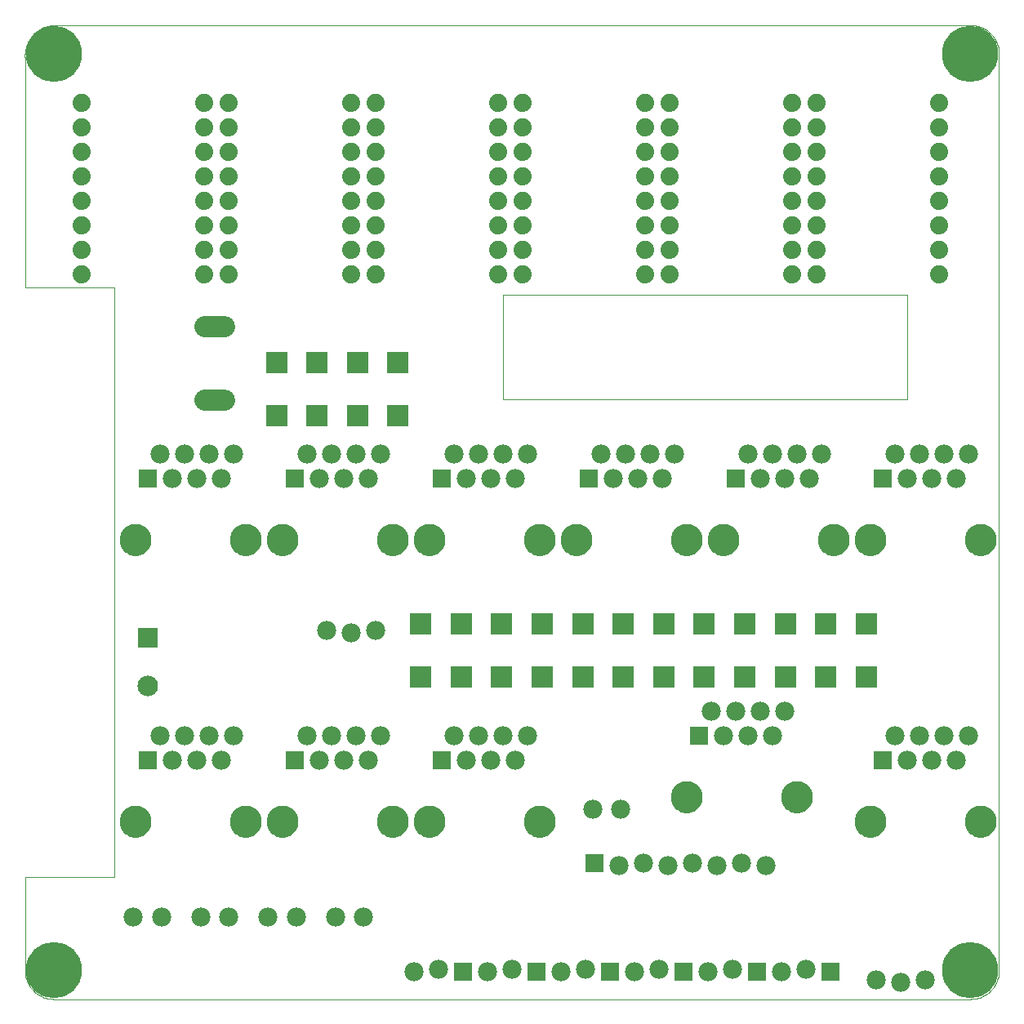
<source format=gts>
G75*
G70*
%OFA0B0*%
%FSLAX24Y24*%
%IPPOS*%
%LPD*%
%AMOC8*
5,1,8,0,0,1.08239X$1,22.5*
%
%ADD10C,0.0040*%
%ADD11R,0.0780X0.0780*%
%ADD12C,0.0780*%
%ADD13C,0.0740*%
%ADD14C,0.0865*%
%ADD15C,0.0000*%
%ADD16C,0.1300*%
%ADD17R,0.0867X0.0867*%
%ADD18R,0.0840X0.0840*%
%ADD19C,0.0840*%
%ADD20C,0.2290*%
D10*
X001331Y000169D02*
X038733Y000169D01*
X038799Y000171D01*
X038865Y000176D01*
X038931Y000186D01*
X038996Y000199D01*
X039060Y000215D01*
X039123Y000235D01*
X039185Y000259D01*
X039245Y000286D01*
X039304Y000316D01*
X039361Y000350D01*
X039416Y000387D01*
X039469Y000427D01*
X039520Y000469D01*
X039568Y000515D01*
X039614Y000563D01*
X039656Y000614D01*
X039696Y000667D01*
X039733Y000722D01*
X039767Y000779D01*
X039797Y000838D01*
X039824Y000898D01*
X039848Y000960D01*
X039868Y001023D01*
X039884Y001087D01*
X039897Y001152D01*
X039907Y001218D01*
X039912Y001284D01*
X039914Y001350D01*
X039914Y038751D01*
X039912Y038817D01*
X039907Y038883D01*
X039897Y038949D01*
X039884Y039014D01*
X039868Y039078D01*
X039848Y039141D01*
X039824Y039203D01*
X039797Y039263D01*
X039767Y039322D01*
X039733Y039379D01*
X039696Y039434D01*
X039656Y039487D01*
X039614Y039538D01*
X039568Y039586D01*
X039520Y039632D01*
X039469Y039674D01*
X039416Y039714D01*
X039361Y039751D01*
X039304Y039785D01*
X039245Y039815D01*
X039185Y039842D01*
X039123Y039866D01*
X039060Y039886D01*
X038996Y039902D01*
X038931Y039915D01*
X038865Y039925D01*
X038799Y039930D01*
X038733Y039932D01*
X038733Y039933D02*
X001331Y039933D01*
X001331Y039932D02*
X001263Y039926D01*
X001195Y039916D01*
X001128Y039903D01*
X001062Y039886D01*
X000997Y039865D01*
X000933Y039841D01*
X000870Y039813D01*
X000809Y039782D01*
X000750Y039748D01*
X000693Y039710D01*
X000637Y039670D01*
X000584Y039626D01*
X000534Y039580D01*
X000486Y039531D01*
X000441Y039480D01*
X000398Y039426D01*
X000359Y039370D01*
X000323Y039312D01*
X000290Y039252D01*
X000260Y039191D01*
X000233Y039127D01*
X000210Y039063D01*
X000191Y038997D01*
X000175Y038931D01*
X000163Y038863D01*
X000154Y038795D01*
X000149Y038727D01*
X000148Y038659D01*
X000151Y038590D01*
X000150Y038590D02*
X000150Y029205D01*
X003792Y029205D01*
X003792Y005147D01*
X000150Y005147D01*
X000150Y001350D01*
X000152Y001284D01*
X000157Y001218D01*
X000167Y001152D01*
X000180Y001087D01*
X000196Y001023D01*
X000216Y000960D01*
X000240Y000898D01*
X000267Y000838D01*
X000297Y000779D01*
X000331Y000722D01*
X000368Y000667D01*
X000408Y000614D01*
X000450Y000563D01*
X000496Y000515D01*
X000544Y000469D01*
X000595Y000427D01*
X000648Y000387D01*
X000703Y000350D01*
X000760Y000316D01*
X000819Y000286D01*
X000879Y000259D01*
X000941Y000235D01*
X001004Y000215D01*
X001068Y000199D01*
X001133Y000186D01*
X001199Y000176D01*
X001265Y000171D01*
X001331Y000169D01*
X019650Y024669D02*
X036150Y024669D01*
X036150Y028919D01*
X019650Y028919D01*
X019650Y024669D01*
D11*
X017150Y021419D03*
X011150Y021419D03*
X005150Y021419D03*
X005150Y009919D03*
X011150Y009919D03*
X017150Y009919D03*
X023400Y005719D03*
X024024Y001275D03*
X021024Y001275D03*
X018024Y001275D03*
X027024Y001275D03*
X030024Y001275D03*
X033024Y001275D03*
X035150Y009919D03*
X027650Y010919D03*
X029150Y021419D03*
X023150Y021419D03*
X035150Y021419D03*
D12*
X036150Y021419D03*
X035650Y022419D03*
X036650Y022419D03*
X037150Y021419D03*
X038150Y021419D03*
X037650Y022419D03*
X038650Y022419D03*
X032650Y022419D03*
X032150Y021419D03*
X031150Y021419D03*
X030650Y022419D03*
X031650Y022419D03*
X030150Y021419D03*
X029650Y022419D03*
X026650Y022419D03*
X026150Y021419D03*
X025150Y021419D03*
X024650Y022419D03*
X025650Y022419D03*
X024150Y021419D03*
X023650Y022419D03*
X020650Y022419D03*
X020150Y021419D03*
X019650Y022419D03*
X018650Y022419D03*
X018150Y021419D03*
X019150Y021419D03*
X017650Y022419D03*
X014650Y022419D03*
X014150Y021419D03*
X013650Y022419D03*
X012650Y022419D03*
X012150Y021419D03*
X013150Y021419D03*
X011650Y022419D03*
X008650Y022419D03*
X008150Y021419D03*
X007650Y022419D03*
X006650Y022419D03*
X005650Y022419D03*
X006150Y021419D03*
X007150Y021419D03*
X012463Y015219D03*
X013463Y015119D03*
X014463Y015219D03*
X014650Y010919D03*
X013650Y010919D03*
X012650Y010919D03*
X011650Y010919D03*
X012150Y009919D03*
X013150Y009919D03*
X014150Y009919D03*
X017650Y010919D03*
X018650Y010919D03*
X019650Y010919D03*
X020650Y010919D03*
X020150Y009919D03*
X019150Y009919D03*
X018150Y009919D03*
X023330Y007919D03*
X024470Y007919D03*
X025400Y005719D03*
X026400Y005619D03*
X027400Y005719D03*
X028400Y005619D03*
X029400Y005719D03*
X030400Y005619D03*
X031024Y001275D03*
X032024Y001375D03*
X034900Y000969D03*
X035900Y000869D03*
X036900Y000969D03*
X029024Y001375D03*
X028024Y001275D03*
X026024Y001375D03*
X025024Y001275D03*
X023024Y001375D03*
X022024Y001275D03*
X020024Y001375D03*
X019024Y001275D03*
X017024Y001375D03*
X016024Y001275D03*
X013970Y003519D03*
X012830Y003519D03*
X011220Y003519D03*
X010080Y003519D03*
X008470Y003519D03*
X007330Y003519D03*
X005720Y003519D03*
X004580Y003519D03*
X006150Y009919D03*
X007150Y009919D03*
X008150Y009919D03*
X007650Y010919D03*
X006650Y010919D03*
X005650Y010919D03*
X008650Y010919D03*
X024400Y005619D03*
X028650Y010919D03*
X029650Y010919D03*
X029150Y011919D03*
X030150Y011919D03*
X030650Y010919D03*
X031150Y011919D03*
X028150Y011919D03*
X035650Y010919D03*
X036650Y010919D03*
X037650Y010919D03*
X038650Y010919D03*
X038150Y009919D03*
X037150Y009919D03*
X036150Y009919D03*
D13*
X037478Y029750D03*
X037478Y030750D03*
X037478Y031750D03*
X037478Y032750D03*
X037478Y033750D03*
X037478Y034750D03*
X037478Y035750D03*
X037478Y036750D03*
X032478Y036750D03*
X031478Y036750D03*
X031478Y035750D03*
X031478Y034750D03*
X032478Y034750D03*
X032478Y035750D03*
X032478Y033750D03*
X031478Y033750D03*
X031478Y032750D03*
X032478Y032750D03*
X032478Y031750D03*
X031478Y031750D03*
X031478Y030750D03*
X032478Y030750D03*
X032478Y029750D03*
X031478Y029750D03*
X026478Y029750D03*
X025478Y029750D03*
X025478Y030750D03*
X025478Y031750D03*
X026478Y031750D03*
X026478Y030750D03*
X026478Y032750D03*
X025478Y032750D03*
X025478Y033750D03*
X026478Y033750D03*
X026478Y034750D03*
X025478Y034750D03*
X025478Y035750D03*
X026478Y035750D03*
X026478Y036750D03*
X025478Y036750D03*
X020478Y036750D03*
X019478Y036750D03*
X019478Y035750D03*
X019478Y034750D03*
X020478Y034750D03*
X020478Y035750D03*
X020478Y033750D03*
X019478Y033750D03*
X019478Y032750D03*
X020478Y032750D03*
X020478Y031750D03*
X019478Y031750D03*
X019478Y030750D03*
X020478Y030750D03*
X020478Y029750D03*
X019478Y029750D03*
X014478Y029750D03*
X013478Y029750D03*
X013478Y030750D03*
X013478Y031750D03*
X014478Y031750D03*
X014478Y030750D03*
X014478Y032750D03*
X013478Y032750D03*
X013478Y033750D03*
X014478Y033750D03*
X014478Y034750D03*
X013478Y034750D03*
X013478Y035750D03*
X014478Y035750D03*
X014478Y036750D03*
X013478Y036750D03*
X008478Y036750D03*
X007481Y036750D03*
X007481Y035750D03*
X007481Y034750D03*
X008478Y034750D03*
X008478Y035750D03*
X008478Y033750D03*
X008478Y032750D03*
X007481Y032750D03*
X007481Y033750D03*
X007481Y031750D03*
X007481Y030750D03*
X008478Y030750D03*
X008478Y031750D03*
X008478Y029750D03*
X007481Y029750D03*
X002481Y029750D03*
X002481Y030750D03*
X002481Y031750D03*
X002481Y032750D03*
X002481Y033750D03*
X002481Y034750D03*
X002481Y035750D03*
X002481Y036750D03*
D14*
X007488Y027606D02*
X008313Y027606D01*
X008313Y024606D02*
X007488Y024606D01*
D15*
X008520Y018919D02*
X008522Y018969D01*
X008528Y019019D01*
X008538Y019068D01*
X008552Y019116D01*
X008569Y019163D01*
X008590Y019208D01*
X008615Y019252D01*
X008643Y019293D01*
X008675Y019332D01*
X008709Y019369D01*
X008746Y019403D01*
X008786Y019433D01*
X008828Y019460D01*
X008872Y019484D01*
X008918Y019505D01*
X008965Y019521D01*
X009013Y019534D01*
X009063Y019543D01*
X009112Y019548D01*
X009163Y019549D01*
X009213Y019546D01*
X009262Y019539D01*
X009311Y019528D01*
X009359Y019513D01*
X009405Y019495D01*
X009450Y019473D01*
X009493Y019447D01*
X009534Y019418D01*
X009573Y019386D01*
X009609Y019351D01*
X009641Y019313D01*
X009671Y019273D01*
X009698Y019230D01*
X009721Y019186D01*
X009740Y019140D01*
X009756Y019092D01*
X009768Y019043D01*
X009776Y018994D01*
X009780Y018944D01*
X009780Y018894D01*
X009776Y018844D01*
X009768Y018795D01*
X009756Y018746D01*
X009740Y018698D01*
X009721Y018652D01*
X009698Y018608D01*
X009671Y018565D01*
X009641Y018525D01*
X009609Y018487D01*
X009573Y018452D01*
X009534Y018420D01*
X009493Y018391D01*
X009450Y018365D01*
X009405Y018343D01*
X009359Y018325D01*
X009311Y018310D01*
X009262Y018299D01*
X009213Y018292D01*
X009163Y018289D01*
X009112Y018290D01*
X009063Y018295D01*
X009013Y018304D01*
X008965Y018317D01*
X008918Y018333D01*
X008872Y018354D01*
X008828Y018378D01*
X008786Y018405D01*
X008746Y018435D01*
X008709Y018469D01*
X008675Y018506D01*
X008643Y018545D01*
X008615Y018586D01*
X008590Y018630D01*
X008569Y018675D01*
X008552Y018722D01*
X008538Y018770D01*
X008528Y018819D01*
X008522Y018869D01*
X008520Y018919D01*
X010020Y018919D02*
X010022Y018969D01*
X010028Y019019D01*
X010038Y019068D01*
X010052Y019116D01*
X010069Y019163D01*
X010090Y019208D01*
X010115Y019252D01*
X010143Y019293D01*
X010175Y019332D01*
X010209Y019369D01*
X010246Y019403D01*
X010286Y019433D01*
X010328Y019460D01*
X010372Y019484D01*
X010418Y019505D01*
X010465Y019521D01*
X010513Y019534D01*
X010563Y019543D01*
X010612Y019548D01*
X010663Y019549D01*
X010713Y019546D01*
X010762Y019539D01*
X010811Y019528D01*
X010859Y019513D01*
X010905Y019495D01*
X010950Y019473D01*
X010993Y019447D01*
X011034Y019418D01*
X011073Y019386D01*
X011109Y019351D01*
X011141Y019313D01*
X011171Y019273D01*
X011198Y019230D01*
X011221Y019186D01*
X011240Y019140D01*
X011256Y019092D01*
X011268Y019043D01*
X011276Y018994D01*
X011280Y018944D01*
X011280Y018894D01*
X011276Y018844D01*
X011268Y018795D01*
X011256Y018746D01*
X011240Y018698D01*
X011221Y018652D01*
X011198Y018608D01*
X011171Y018565D01*
X011141Y018525D01*
X011109Y018487D01*
X011073Y018452D01*
X011034Y018420D01*
X010993Y018391D01*
X010950Y018365D01*
X010905Y018343D01*
X010859Y018325D01*
X010811Y018310D01*
X010762Y018299D01*
X010713Y018292D01*
X010663Y018289D01*
X010612Y018290D01*
X010563Y018295D01*
X010513Y018304D01*
X010465Y018317D01*
X010418Y018333D01*
X010372Y018354D01*
X010328Y018378D01*
X010286Y018405D01*
X010246Y018435D01*
X010209Y018469D01*
X010175Y018506D01*
X010143Y018545D01*
X010115Y018586D01*
X010090Y018630D01*
X010069Y018675D01*
X010052Y018722D01*
X010038Y018770D01*
X010028Y018819D01*
X010022Y018869D01*
X010020Y018919D01*
X014520Y018919D02*
X014522Y018969D01*
X014528Y019019D01*
X014538Y019068D01*
X014552Y019116D01*
X014569Y019163D01*
X014590Y019208D01*
X014615Y019252D01*
X014643Y019293D01*
X014675Y019332D01*
X014709Y019369D01*
X014746Y019403D01*
X014786Y019433D01*
X014828Y019460D01*
X014872Y019484D01*
X014918Y019505D01*
X014965Y019521D01*
X015013Y019534D01*
X015063Y019543D01*
X015112Y019548D01*
X015163Y019549D01*
X015213Y019546D01*
X015262Y019539D01*
X015311Y019528D01*
X015359Y019513D01*
X015405Y019495D01*
X015450Y019473D01*
X015493Y019447D01*
X015534Y019418D01*
X015573Y019386D01*
X015609Y019351D01*
X015641Y019313D01*
X015671Y019273D01*
X015698Y019230D01*
X015721Y019186D01*
X015740Y019140D01*
X015756Y019092D01*
X015768Y019043D01*
X015776Y018994D01*
X015780Y018944D01*
X015780Y018894D01*
X015776Y018844D01*
X015768Y018795D01*
X015756Y018746D01*
X015740Y018698D01*
X015721Y018652D01*
X015698Y018608D01*
X015671Y018565D01*
X015641Y018525D01*
X015609Y018487D01*
X015573Y018452D01*
X015534Y018420D01*
X015493Y018391D01*
X015450Y018365D01*
X015405Y018343D01*
X015359Y018325D01*
X015311Y018310D01*
X015262Y018299D01*
X015213Y018292D01*
X015163Y018289D01*
X015112Y018290D01*
X015063Y018295D01*
X015013Y018304D01*
X014965Y018317D01*
X014918Y018333D01*
X014872Y018354D01*
X014828Y018378D01*
X014786Y018405D01*
X014746Y018435D01*
X014709Y018469D01*
X014675Y018506D01*
X014643Y018545D01*
X014615Y018586D01*
X014590Y018630D01*
X014569Y018675D01*
X014552Y018722D01*
X014538Y018770D01*
X014528Y018819D01*
X014522Y018869D01*
X014520Y018919D01*
X016020Y018919D02*
X016022Y018969D01*
X016028Y019019D01*
X016038Y019068D01*
X016052Y019116D01*
X016069Y019163D01*
X016090Y019208D01*
X016115Y019252D01*
X016143Y019293D01*
X016175Y019332D01*
X016209Y019369D01*
X016246Y019403D01*
X016286Y019433D01*
X016328Y019460D01*
X016372Y019484D01*
X016418Y019505D01*
X016465Y019521D01*
X016513Y019534D01*
X016563Y019543D01*
X016612Y019548D01*
X016663Y019549D01*
X016713Y019546D01*
X016762Y019539D01*
X016811Y019528D01*
X016859Y019513D01*
X016905Y019495D01*
X016950Y019473D01*
X016993Y019447D01*
X017034Y019418D01*
X017073Y019386D01*
X017109Y019351D01*
X017141Y019313D01*
X017171Y019273D01*
X017198Y019230D01*
X017221Y019186D01*
X017240Y019140D01*
X017256Y019092D01*
X017268Y019043D01*
X017276Y018994D01*
X017280Y018944D01*
X017280Y018894D01*
X017276Y018844D01*
X017268Y018795D01*
X017256Y018746D01*
X017240Y018698D01*
X017221Y018652D01*
X017198Y018608D01*
X017171Y018565D01*
X017141Y018525D01*
X017109Y018487D01*
X017073Y018452D01*
X017034Y018420D01*
X016993Y018391D01*
X016950Y018365D01*
X016905Y018343D01*
X016859Y018325D01*
X016811Y018310D01*
X016762Y018299D01*
X016713Y018292D01*
X016663Y018289D01*
X016612Y018290D01*
X016563Y018295D01*
X016513Y018304D01*
X016465Y018317D01*
X016418Y018333D01*
X016372Y018354D01*
X016328Y018378D01*
X016286Y018405D01*
X016246Y018435D01*
X016209Y018469D01*
X016175Y018506D01*
X016143Y018545D01*
X016115Y018586D01*
X016090Y018630D01*
X016069Y018675D01*
X016052Y018722D01*
X016038Y018770D01*
X016028Y018819D01*
X016022Y018869D01*
X016020Y018919D01*
X020520Y018919D02*
X020522Y018969D01*
X020528Y019019D01*
X020538Y019068D01*
X020552Y019116D01*
X020569Y019163D01*
X020590Y019208D01*
X020615Y019252D01*
X020643Y019293D01*
X020675Y019332D01*
X020709Y019369D01*
X020746Y019403D01*
X020786Y019433D01*
X020828Y019460D01*
X020872Y019484D01*
X020918Y019505D01*
X020965Y019521D01*
X021013Y019534D01*
X021063Y019543D01*
X021112Y019548D01*
X021163Y019549D01*
X021213Y019546D01*
X021262Y019539D01*
X021311Y019528D01*
X021359Y019513D01*
X021405Y019495D01*
X021450Y019473D01*
X021493Y019447D01*
X021534Y019418D01*
X021573Y019386D01*
X021609Y019351D01*
X021641Y019313D01*
X021671Y019273D01*
X021698Y019230D01*
X021721Y019186D01*
X021740Y019140D01*
X021756Y019092D01*
X021768Y019043D01*
X021776Y018994D01*
X021780Y018944D01*
X021780Y018894D01*
X021776Y018844D01*
X021768Y018795D01*
X021756Y018746D01*
X021740Y018698D01*
X021721Y018652D01*
X021698Y018608D01*
X021671Y018565D01*
X021641Y018525D01*
X021609Y018487D01*
X021573Y018452D01*
X021534Y018420D01*
X021493Y018391D01*
X021450Y018365D01*
X021405Y018343D01*
X021359Y018325D01*
X021311Y018310D01*
X021262Y018299D01*
X021213Y018292D01*
X021163Y018289D01*
X021112Y018290D01*
X021063Y018295D01*
X021013Y018304D01*
X020965Y018317D01*
X020918Y018333D01*
X020872Y018354D01*
X020828Y018378D01*
X020786Y018405D01*
X020746Y018435D01*
X020709Y018469D01*
X020675Y018506D01*
X020643Y018545D01*
X020615Y018586D01*
X020590Y018630D01*
X020569Y018675D01*
X020552Y018722D01*
X020538Y018770D01*
X020528Y018819D01*
X020522Y018869D01*
X020520Y018919D01*
X022020Y018919D02*
X022022Y018969D01*
X022028Y019019D01*
X022038Y019068D01*
X022052Y019116D01*
X022069Y019163D01*
X022090Y019208D01*
X022115Y019252D01*
X022143Y019293D01*
X022175Y019332D01*
X022209Y019369D01*
X022246Y019403D01*
X022286Y019433D01*
X022328Y019460D01*
X022372Y019484D01*
X022418Y019505D01*
X022465Y019521D01*
X022513Y019534D01*
X022563Y019543D01*
X022612Y019548D01*
X022663Y019549D01*
X022713Y019546D01*
X022762Y019539D01*
X022811Y019528D01*
X022859Y019513D01*
X022905Y019495D01*
X022950Y019473D01*
X022993Y019447D01*
X023034Y019418D01*
X023073Y019386D01*
X023109Y019351D01*
X023141Y019313D01*
X023171Y019273D01*
X023198Y019230D01*
X023221Y019186D01*
X023240Y019140D01*
X023256Y019092D01*
X023268Y019043D01*
X023276Y018994D01*
X023280Y018944D01*
X023280Y018894D01*
X023276Y018844D01*
X023268Y018795D01*
X023256Y018746D01*
X023240Y018698D01*
X023221Y018652D01*
X023198Y018608D01*
X023171Y018565D01*
X023141Y018525D01*
X023109Y018487D01*
X023073Y018452D01*
X023034Y018420D01*
X022993Y018391D01*
X022950Y018365D01*
X022905Y018343D01*
X022859Y018325D01*
X022811Y018310D01*
X022762Y018299D01*
X022713Y018292D01*
X022663Y018289D01*
X022612Y018290D01*
X022563Y018295D01*
X022513Y018304D01*
X022465Y018317D01*
X022418Y018333D01*
X022372Y018354D01*
X022328Y018378D01*
X022286Y018405D01*
X022246Y018435D01*
X022209Y018469D01*
X022175Y018506D01*
X022143Y018545D01*
X022115Y018586D01*
X022090Y018630D01*
X022069Y018675D01*
X022052Y018722D01*
X022038Y018770D01*
X022028Y018819D01*
X022022Y018869D01*
X022020Y018919D01*
X026520Y018919D02*
X026522Y018969D01*
X026528Y019019D01*
X026538Y019068D01*
X026552Y019116D01*
X026569Y019163D01*
X026590Y019208D01*
X026615Y019252D01*
X026643Y019293D01*
X026675Y019332D01*
X026709Y019369D01*
X026746Y019403D01*
X026786Y019433D01*
X026828Y019460D01*
X026872Y019484D01*
X026918Y019505D01*
X026965Y019521D01*
X027013Y019534D01*
X027063Y019543D01*
X027112Y019548D01*
X027163Y019549D01*
X027213Y019546D01*
X027262Y019539D01*
X027311Y019528D01*
X027359Y019513D01*
X027405Y019495D01*
X027450Y019473D01*
X027493Y019447D01*
X027534Y019418D01*
X027573Y019386D01*
X027609Y019351D01*
X027641Y019313D01*
X027671Y019273D01*
X027698Y019230D01*
X027721Y019186D01*
X027740Y019140D01*
X027756Y019092D01*
X027768Y019043D01*
X027776Y018994D01*
X027780Y018944D01*
X027780Y018894D01*
X027776Y018844D01*
X027768Y018795D01*
X027756Y018746D01*
X027740Y018698D01*
X027721Y018652D01*
X027698Y018608D01*
X027671Y018565D01*
X027641Y018525D01*
X027609Y018487D01*
X027573Y018452D01*
X027534Y018420D01*
X027493Y018391D01*
X027450Y018365D01*
X027405Y018343D01*
X027359Y018325D01*
X027311Y018310D01*
X027262Y018299D01*
X027213Y018292D01*
X027163Y018289D01*
X027112Y018290D01*
X027063Y018295D01*
X027013Y018304D01*
X026965Y018317D01*
X026918Y018333D01*
X026872Y018354D01*
X026828Y018378D01*
X026786Y018405D01*
X026746Y018435D01*
X026709Y018469D01*
X026675Y018506D01*
X026643Y018545D01*
X026615Y018586D01*
X026590Y018630D01*
X026569Y018675D01*
X026552Y018722D01*
X026538Y018770D01*
X026528Y018819D01*
X026522Y018869D01*
X026520Y018919D01*
X028020Y018919D02*
X028022Y018969D01*
X028028Y019019D01*
X028038Y019068D01*
X028052Y019116D01*
X028069Y019163D01*
X028090Y019208D01*
X028115Y019252D01*
X028143Y019293D01*
X028175Y019332D01*
X028209Y019369D01*
X028246Y019403D01*
X028286Y019433D01*
X028328Y019460D01*
X028372Y019484D01*
X028418Y019505D01*
X028465Y019521D01*
X028513Y019534D01*
X028563Y019543D01*
X028612Y019548D01*
X028663Y019549D01*
X028713Y019546D01*
X028762Y019539D01*
X028811Y019528D01*
X028859Y019513D01*
X028905Y019495D01*
X028950Y019473D01*
X028993Y019447D01*
X029034Y019418D01*
X029073Y019386D01*
X029109Y019351D01*
X029141Y019313D01*
X029171Y019273D01*
X029198Y019230D01*
X029221Y019186D01*
X029240Y019140D01*
X029256Y019092D01*
X029268Y019043D01*
X029276Y018994D01*
X029280Y018944D01*
X029280Y018894D01*
X029276Y018844D01*
X029268Y018795D01*
X029256Y018746D01*
X029240Y018698D01*
X029221Y018652D01*
X029198Y018608D01*
X029171Y018565D01*
X029141Y018525D01*
X029109Y018487D01*
X029073Y018452D01*
X029034Y018420D01*
X028993Y018391D01*
X028950Y018365D01*
X028905Y018343D01*
X028859Y018325D01*
X028811Y018310D01*
X028762Y018299D01*
X028713Y018292D01*
X028663Y018289D01*
X028612Y018290D01*
X028563Y018295D01*
X028513Y018304D01*
X028465Y018317D01*
X028418Y018333D01*
X028372Y018354D01*
X028328Y018378D01*
X028286Y018405D01*
X028246Y018435D01*
X028209Y018469D01*
X028175Y018506D01*
X028143Y018545D01*
X028115Y018586D01*
X028090Y018630D01*
X028069Y018675D01*
X028052Y018722D01*
X028038Y018770D01*
X028028Y018819D01*
X028022Y018869D01*
X028020Y018919D01*
X032520Y018919D02*
X032522Y018969D01*
X032528Y019019D01*
X032538Y019068D01*
X032552Y019116D01*
X032569Y019163D01*
X032590Y019208D01*
X032615Y019252D01*
X032643Y019293D01*
X032675Y019332D01*
X032709Y019369D01*
X032746Y019403D01*
X032786Y019433D01*
X032828Y019460D01*
X032872Y019484D01*
X032918Y019505D01*
X032965Y019521D01*
X033013Y019534D01*
X033063Y019543D01*
X033112Y019548D01*
X033163Y019549D01*
X033213Y019546D01*
X033262Y019539D01*
X033311Y019528D01*
X033359Y019513D01*
X033405Y019495D01*
X033450Y019473D01*
X033493Y019447D01*
X033534Y019418D01*
X033573Y019386D01*
X033609Y019351D01*
X033641Y019313D01*
X033671Y019273D01*
X033698Y019230D01*
X033721Y019186D01*
X033740Y019140D01*
X033756Y019092D01*
X033768Y019043D01*
X033776Y018994D01*
X033780Y018944D01*
X033780Y018894D01*
X033776Y018844D01*
X033768Y018795D01*
X033756Y018746D01*
X033740Y018698D01*
X033721Y018652D01*
X033698Y018608D01*
X033671Y018565D01*
X033641Y018525D01*
X033609Y018487D01*
X033573Y018452D01*
X033534Y018420D01*
X033493Y018391D01*
X033450Y018365D01*
X033405Y018343D01*
X033359Y018325D01*
X033311Y018310D01*
X033262Y018299D01*
X033213Y018292D01*
X033163Y018289D01*
X033112Y018290D01*
X033063Y018295D01*
X033013Y018304D01*
X032965Y018317D01*
X032918Y018333D01*
X032872Y018354D01*
X032828Y018378D01*
X032786Y018405D01*
X032746Y018435D01*
X032709Y018469D01*
X032675Y018506D01*
X032643Y018545D01*
X032615Y018586D01*
X032590Y018630D01*
X032569Y018675D01*
X032552Y018722D01*
X032538Y018770D01*
X032528Y018819D01*
X032522Y018869D01*
X032520Y018919D01*
X034020Y018919D02*
X034022Y018969D01*
X034028Y019019D01*
X034038Y019068D01*
X034052Y019116D01*
X034069Y019163D01*
X034090Y019208D01*
X034115Y019252D01*
X034143Y019293D01*
X034175Y019332D01*
X034209Y019369D01*
X034246Y019403D01*
X034286Y019433D01*
X034328Y019460D01*
X034372Y019484D01*
X034418Y019505D01*
X034465Y019521D01*
X034513Y019534D01*
X034563Y019543D01*
X034612Y019548D01*
X034663Y019549D01*
X034713Y019546D01*
X034762Y019539D01*
X034811Y019528D01*
X034859Y019513D01*
X034905Y019495D01*
X034950Y019473D01*
X034993Y019447D01*
X035034Y019418D01*
X035073Y019386D01*
X035109Y019351D01*
X035141Y019313D01*
X035171Y019273D01*
X035198Y019230D01*
X035221Y019186D01*
X035240Y019140D01*
X035256Y019092D01*
X035268Y019043D01*
X035276Y018994D01*
X035280Y018944D01*
X035280Y018894D01*
X035276Y018844D01*
X035268Y018795D01*
X035256Y018746D01*
X035240Y018698D01*
X035221Y018652D01*
X035198Y018608D01*
X035171Y018565D01*
X035141Y018525D01*
X035109Y018487D01*
X035073Y018452D01*
X035034Y018420D01*
X034993Y018391D01*
X034950Y018365D01*
X034905Y018343D01*
X034859Y018325D01*
X034811Y018310D01*
X034762Y018299D01*
X034713Y018292D01*
X034663Y018289D01*
X034612Y018290D01*
X034563Y018295D01*
X034513Y018304D01*
X034465Y018317D01*
X034418Y018333D01*
X034372Y018354D01*
X034328Y018378D01*
X034286Y018405D01*
X034246Y018435D01*
X034209Y018469D01*
X034175Y018506D01*
X034143Y018545D01*
X034115Y018586D01*
X034090Y018630D01*
X034069Y018675D01*
X034052Y018722D01*
X034038Y018770D01*
X034028Y018819D01*
X034022Y018869D01*
X034020Y018919D01*
X038520Y018919D02*
X038522Y018969D01*
X038528Y019019D01*
X038538Y019068D01*
X038552Y019116D01*
X038569Y019163D01*
X038590Y019208D01*
X038615Y019252D01*
X038643Y019293D01*
X038675Y019332D01*
X038709Y019369D01*
X038746Y019403D01*
X038786Y019433D01*
X038828Y019460D01*
X038872Y019484D01*
X038918Y019505D01*
X038965Y019521D01*
X039013Y019534D01*
X039063Y019543D01*
X039112Y019548D01*
X039163Y019549D01*
X039213Y019546D01*
X039262Y019539D01*
X039311Y019528D01*
X039359Y019513D01*
X039405Y019495D01*
X039450Y019473D01*
X039493Y019447D01*
X039534Y019418D01*
X039573Y019386D01*
X039609Y019351D01*
X039641Y019313D01*
X039671Y019273D01*
X039698Y019230D01*
X039721Y019186D01*
X039740Y019140D01*
X039756Y019092D01*
X039768Y019043D01*
X039776Y018994D01*
X039780Y018944D01*
X039780Y018894D01*
X039776Y018844D01*
X039768Y018795D01*
X039756Y018746D01*
X039740Y018698D01*
X039721Y018652D01*
X039698Y018608D01*
X039671Y018565D01*
X039641Y018525D01*
X039609Y018487D01*
X039573Y018452D01*
X039534Y018420D01*
X039493Y018391D01*
X039450Y018365D01*
X039405Y018343D01*
X039359Y018325D01*
X039311Y018310D01*
X039262Y018299D01*
X039213Y018292D01*
X039163Y018289D01*
X039112Y018290D01*
X039063Y018295D01*
X039013Y018304D01*
X038965Y018317D01*
X038918Y018333D01*
X038872Y018354D01*
X038828Y018378D01*
X038786Y018405D01*
X038746Y018435D01*
X038709Y018469D01*
X038675Y018506D01*
X038643Y018545D01*
X038615Y018586D01*
X038590Y018630D01*
X038569Y018675D01*
X038552Y018722D01*
X038538Y018770D01*
X038528Y018819D01*
X038522Y018869D01*
X038520Y018919D01*
X031020Y008419D02*
X031022Y008469D01*
X031028Y008519D01*
X031038Y008568D01*
X031052Y008616D01*
X031069Y008663D01*
X031090Y008708D01*
X031115Y008752D01*
X031143Y008793D01*
X031175Y008832D01*
X031209Y008869D01*
X031246Y008903D01*
X031286Y008933D01*
X031328Y008960D01*
X031372Y008984D01*
X031418Y009005D01*
X031465Y009021D01*
X031513Y009034D01*
X031563Y009043D01*
X031612Y009048D01*
X031663Y009049D01*
X031713Y009046D01*
X031762Y009039D01*
X031811Y009028D01*
X031859Y009013D01*
X031905Y008995D01*
X031950Y008973D01*
X031993Y008947D01*
X032034Y008918D01*
X032073Y008886D01*
X032109Y008851D01*
X032141Y008813D01*
X032171Y008773D01*
X032198Y008730D01*
X032221Y008686D01*
X032240Y008640D01*
X032256Y008592D01*
X032268Y008543D01*
X032276Y008494D01*
X032280Y008444D01*
X032280Y008394D01*
X032276Y008344D01*
X032268Y008295D01*
X032256Y008246D01*
X032240Y008198D01*
X032221Y008152D01*
X032198Y008108D01*
X032171Y008065D01*
X032141Y008025D01*
X032109Y007987D01*
X032073Y007952D01*
X032034Y007920D01*
X031993Y007891D01*
X031950Y007865D01*
X031905Y007843D01*
X031859Y007825D01*
X031811Y007810D01*
X031762Y007799D01*
X031713Y007792D01*
X031663Y007789D01*
X031612Y007790D01*
X031563Y007795D01*
X031513Y007804D01*
X031465Y007817D01*
X031418Y007833D01*
X031372Y007854D01*
X031328Y007878D01*
X031286Y007905D01*
X031246Y007935D01*
X031209Y007969D01*
X031175Y008006D01*
X031143Y008045D01*
X031115Y008086D01*
X031090Y008130D01*
X031069Y008175D01*
X031052Y008222D01*
X031038Y008270D01*
X031028Y008319D01*
X031022Y008369D01*
X031020Y008419D01*
X034020Y007419D02*
X034022Y007469D01*
X034028Y007519D01*
X034038Y007568D01*
X034052Y007616D01*
X034069Y007663D01*
X034090Y007708D01*
X034115Y007752D01*
X034143Y007793D01*
X034175Y007832D01*
X034209Y007869D01*
X034246Y007903D01*
X034286Y007933D01*
X034328Y007960D01*
X034372Y007984D01*
X034418Y008005D01*
X034465Y008021D01*
X034513Y008034D01*
X034563Y008043D01*
X034612Y008048D01*
X034663Y008049D01*
X034713Y008046D01*
X034762Y008039D01*
X034811Y008028D01*
X034859Y008013D01*
X034905Y007995D01*
X034950Y007973D01*
X034993Y007947D01*
X035034Y007918D01*
X035073Y007886D01*
X035109Y007851D01*
X035141Y007813D01*
X035171Y007773D01*
X035198Y007730D01*
X035221Y007686D01*
X035240Y007640D01*
X035256Y007592D01*
X035268Y007543D01*
X035276Y007494D01*
X035280Y007444D01*
X035280Y007394D01*
X035276Y007344D01*
X035268Y007295D01*
X035256Y007246D01*
X035240Y007198D01*
X035221Y007152D01*
X035198Y007108D01*
X035171Y007065D01*
X035141Y007025D01*
X035109Y006987D01*
X035073Y006952D01*
X035034Y006920D01*
X034993Y006891D01*
X034950Y006865D01*
X034905Y006843D01*
X034859Y006825D01*
X034811Y006810D01*
X034762Y006799D01*
X034713Y006792D01*
X034663Y006789D01*
X034612Y006790D01*
X034563Y006795D01*
X034513Y006804D01*
X034465Y006817D01*
X034418Y006833D01*
X034372Y006854D01*
X034328Y006878D01*
X034286Y006905D01*
X034246Y006935D01*
X034209Y006969D01*
X034175Y007006D01*
X034143Y007045D01*
X034115Y007086D01*
X034090Y007130D01*
X034069Y007175D01*
X034052Y007222D01*
X034038Y007270D01*
X034028Y007319D01*
X034022Y007369D01*
X034020Y007419D01*
X038520Y007419D02*
X038522Y007469D01*
X038528Y007519D01*
X038538Y007568D01*
X038552Y007616D01*
X038569Y007663D01*
X038590Y007708D01*
X038615Y007752D01*
X038643Y007793D01*
X038675Y007832D01*
X038709Y007869D01*
X038746Y007903D01*
X038786Y007933D01*
X038828Y007960D01*
X038872Y007984D01*
X038918Y008005D01*
X038965Y008021D01*
X039013Y008034D01*
X039063Y008043D01*
X039112Y008048D01*
X039163Y008049D01*
X039213Y008046D01*
X039262Y008039D01*
X039311Y008028D01*
X039359Y008013D01*
X039405Y007995D01*
X039450Y007973D01*
X039493Y007947D01*
X039534Y007918D01*
X039573Y007886D01*
X039609Y007851D01*
X039641Y007813D01*
X039671Y007773D01*
X039698Y007730D01*
X039721Y007686D01*
X039740Y007640D01*
X039756Y007592D01*
X039768Y007543D01*
X039776Y007494D01*
X039780Y007444D01*
X039780Y007394D01*
X039776Y007344D01*
X039768Y007295D01*
X039756Y007246D01*
X039740Y007198D01*
X039721Y007152D01*
X039698Y007108D01*
X039671Y007065D01*
X039641Y007025D01*
X039609Y006987D01*
X039573Y006952D01*
X039534Y006920D01*
X039493Y006891D01*
X039450Y006865D01*
X039405Y006843D01*
X039359Y006825D01*
X039311Y006810D01*
X039262Y006799D01*
X039213Y006792D01*
X039163Y006789D01*
X039112Y006790D01*
X039063Y006795D01*
X039013Y006804D01*
X038965Y006817D01*
X038918Y006833D01*
X038872Y006854D01*
X038828Y006878D01*
X038786Y006905D01*
X038746Y006935D01*
X038709Y006969D01*
X038675Y007006D01*
X038643Y007045D01*
X038615Y007086D01*
X038590Y007130D01*
X038569Y007175D01*
X038552Y007222D01*
X038538Y007270D01*
X038528Y007319D01*
X038522Y007369D01*
X038520Y007419D01*
X026520Y008419D02*
X026522Y008469D01*
X026528Y008519D01*
X026538Y008568D01*
X026552Y008616D01*
X026569Y008663D01*
X026590Y008708D01*
X026615Y008752D01*
X026643Y008793D01*
X026675Y008832D01*
X026709Y008869D01*
X026746Y008903D01*
X026786Y008933D01*
X026828Y008960D01*
X026872Y008984D01*
X026918Y009005D01*
X026965Y009021D01*
X027013Y009034D01*
X027063Y009043D01*
X027112Y009048D01*
X027163Y009049D01*
X027213Y009046D01*
X027262Y009039D01*
X027311Y009028D01*
X027359Y009013D01*
X027405Y008995D01*
X027450Y008973D01*
X027493Y008947D01*
X027534Y008918D01*
X027573Y008886D01*
X027609Y008851D01*
X027641Y008813D01*
X027671Y008773D01*
X027698Y008730D01*
X027721Y008686D01*
X027740Y008640D01*
X027756Y008592D01*
X027768Y008543D01*
X027776Y008494D01*
X027780Y008444D01*
X027780Y008394D01*
X027776Y008344D01*
X027768Y008295D01*
X027756Y008246D01*
X027740Y008198D01*
X027721Y008152D01*
X027698Y008108D01*
X027671Y008065D01*
X027641Y008025D01*
X027609Y007987D01*
X027573Y007952D01*
X027534Y007920D01*
X027493Y007891D01*
X027450Y007865D01*
X027405Y007843D01*
X027359Y007825D01*
X027311Y007810D01*
X027262Y007799D01*
X027213Y007792D01*
X027163Y007789D01*
X027112Y007790D01*
X027063Y007795D01*
X027013Y007804D01*
X026965Y007817D01*
X026918Y007833D01*
X026872Y007854D01*
X026828Y007878D01*
X026786Y007905D01*
X026746Y007935D01*
X026709Y007969D01*
X026675Y008006D01*
X026643Y008045D01*
X026615Y008086D01*
X026590Y008130D01*
X026569Y008175D01*
X026552Y008222D01*
X026538Y008270D01*
X026528Y008319D01*
X026522Y008369D01*
X026520Y008419D01*
X020520Y007419D02*
X020522Y007469D01*
X020528Y007519D01*
X020538Y007568D01*
X020552Y007616D01*
X020569Y007663D01*
X020590Y007708D01*
X020615Y007752D01*
X020643Y007793D01*
X020675Y007832D01*
X020709Y007869D01*
X020746Y007903D01*
X020786Y007933D01*
X020828Y007960D01*
X020872Y007984D01*
X020918Y008005D01*
X020965Y008021D01*
X021013Y008034D01*
X021063Y008043D01*
X021112Y008048D01*
X021163Y008049D01*
X021213Y008046D01*
X021262Y008039D01*
X021311Y008028D01*
X021359Y008013D01*
X021405Y007995D01*
X021450Y007973D01*
X021493Y007947D01*
X021534Y007918D01*
X021573Y007886D01*
X021609Y007851D01*
X021641Y007813D01*
X021671Y007773D01*
X021698Y007730D01*
X021721Y007686D01*
X021740Y007640D01*
X021756Y007592D01*
X021768Y007543D01*
X021776Y007494D01*
X021780Y007444D01*
X021780Y007394D01*
X021776Y007344D01*
X021768Y007295D01*
X021756Y007246D01*
X021740Y007198D01*
X021721Y007152D01*
X021698Y007108D01*
X021671Y007065D01*
X021641Y007025D01*
X021609Y006987D01*
X021573Y006952D01*
X021534Y006920D01*
X021493Y006891D01*
X021450Y006865D01*
X021405Y006843D01*
X021359Y006825D01*
X021311Y006810D01*
X021262Y006799D01*
X021213Y006792D01*
X021163Y006789D01*
X021112Y006790D01*
X021063Y006795D01*
X021013Y006804D01*
X020965Y006817D01*
X020918Y006833D01*
X020872Y006854D01*
X020828Y006878D01*
X020786Y006905D01*
X020746Y006935D01*
X020709Y006969D01*
X020675Y007006D01*
X020643Y007045D01*
X020615Y007086D01*
X020590Y007130D01*
X020569Y007175D01*
X020552Y007222D01*
X020538Y007270D01*
X020528Y007319D01*
X020522Y007369D01*
X020520Y007419D01*
X016020Y007419D02*
X016022Y007469D01*
X016028Y007519D01*
X016038Y007568D01*
X016052Y007616D01*
X016069Y007663D01*
X016090Y007708D01*
X016115Y007752D01*
X016143Y007793D01*
X016175Y007832D01*
X016209Y007869D01*
X016246Y007903D01*
X016286Y007933D01*
X016328Y007960D01*
X016372Y007984D01*
X016418Y008005D01*
X016465Y008021D01*
X016513Y008034D01*
X016563Y008043D01*
X016612Y008048D01*
X016663Y008049D01*
X016713Y008046D01*
X016762Y008039D01*
X016811Y008028D01*
X016859Y008013D01*
X016905Y007995D01*
X016950Y007973D01*
X016993Y007947D01*
X017034Y007918D01*
X017073Y007886D01*
X017109Y007851D01*
X017141Y007813D01*
X017171Y007773D01*
X017198Y007730D01*
X017221Y007686D01*
X017240Y007640D01*
X017256Y007592D01*
X017268Y007543D01*
X017276Y007494D01*
X017280Y007444D01*
X017280Y007394D01*
X017276Y007344D01*
X017268Y007295D01*
X017256Y007246D01*
X017240Y007198D01*
X017221Y007152D01*
X017198Y007108D01*
X017171Y007065D01*
X017141Y007025D01*
X017109Y006987D01*
X017073Y006952D01*
X017034Y006920D01*
X016993Y006891D01*
X016950Y006865D01*
X016905Y006843D01*
X016859Y006825D01*
X016811Y006810D01*
X016762Y006799D01*
X016713Y006792D01*
X016663Y006789D01*
X016612Y006790D01*
X016563Y006795D01*
X016513Y006804D01*
X016465Y006817D01*
X016418Y006833D01*
X016372Y006854D01*
X016328Y006878D01*
X016286Y006905D01*
X016246Y006935D01*
X016209Y006969D01*
X016175Y007006D01*
X016143Y007045D01*
X016115Y007086D01*
X016090Y007130D01*
X016069Y007175D01*
X016052Y007222D01*
X016038Y007270D01*
X016028Y007319D01*
X016022Y007369D01*
X016020Y007419D01*
X014520Y007419D02*
X014522Y007469D01*
X014528Y007519D01*
X014538Y007568D01*
X014552Y007616D01*
X014569Y007663D01*
X014590Y007708D01*
X014615Y007752D01*
X014643Y007793D01*
X014675Y007832D01*
X014709Y007869D01*
X014746Y007903D01*
X014786Y007933D01*
X014828Y007960D01*
X014872Y007984D01*
X014918Y008005D01*
X014965Y008021D01*
X015013Y008034D01*
X015063Y008043D01*
X015112Y008048D01*
X015163Y008049D01*
X015213Y008046D01*
X015262Y008039D01*
X015311Y008028D01*
X015359Y008013D01*
X015405Y007995D01*
X015450Y007973D01*
X015493Y007947D01*
X015534Y007918D01*
X015573Y007886D01*
X015609Y007851D01*
X015641Y007813D01*
X015671Y007773D01*
X015698Y007730D01*
X015721Y007686D01*
X015740Y007640D01*
X015756Y007592D01*
X015768Y007543D01*
X015776Y007494D01*
X015780Y007444D01*
X015780Y007394D01*
X015776Y007344D01*
X015768Y007295D01*
X015756Y007246D01*
X015740Y007198D01*
X015721Y007152D01*
X015698Y007108D01*
X015671Y007065D01*
X015641Y007025D01*
X015609Y006987D01*
X015573Y006952D01*
X015534Y006920D01*
X015493Y006891D01*
X015450Y006865D01*
X015405Y006843D01*
X015359Y006825D01*
X015311Y006810D01*
X015262Y006799D01*
X015213Y006792D01*
X015163Y006789D01*
X015112Y006790D01*
X015063Y006795D01*
X015013Y006804D01*
X014965Y006817D01*
X014918Y006833D01*
X014872Y006854D01*
X014828Y006878D01*
X014786Y006905D01*
X014746Y006935D01*
X014709Y006969D01*
X014675Y007006D01*
X014643Y007045D01*
X014615Y007086D01*
X014590Y007130D01*
X014569Y007175D01*
X014552Y007222D01*
X014538Y007270D01*
X014528Y007319D01*
X014522Y007369D01*
X014520Y007419D01*
X010020Y007419D02*
X010022Y007469D01*
X010028Y007519D01*
X010038Y007568D01*
X010052Y007616D01*
X010069Y007663D01*
X010090Y007708D01*
X010115Y007752D01*
X010143Y007793D01*
X010175Y007832D01*
X010209Y007869D01*
X010246Y007903D01*
X010286Y007933D01*
X010328Y007960D01*
X010372Y007984D01*
X010418Y008005D01*
X010465Y008021D01*
X010513Y008034D01*
X010563Y008043D01*
X010612Y008048D01*
X010663Y008049D01*
X010713Y008046D01*
X010762Y008039D01*
X010811Y008028D01*
X010859Y008013D01*
X010905Y007995D01*
X010950Y007973D01*
X010993Y007947D01*
X011034Y007918D01*
X011073Y007886D01*
X011109Y007851D01*
X011141Y007813D01*
X011171Y007773D01*
X011198Y007730D01*
X011221Y007686D01*
X011240Y007640D01*
X011256Y007592D01*
X011268Y007543D01*
X011276Y007494D01*
X011280Y007444D01*
X011280Y007394D01*
X011276Y007344D01*
X011268Y007295D01*
X011256Y007246D01*
X011240Y007198D01*
X011221Y007152D01*
X011198Y007108D01*
X011171Y007065D01*
X011141Y007025D01*
X011109Y006987D01*
X011073Y006952D01*
X011034Y006920D01*
X010993Y006891D01*
X010950Y006865D01*
X010905Y006843D01*
X010859Y006825D01*
X010811Y006810D01*
X010762Y006799D01*
X010713Y006792D01*
X010663Y006789D01*
X010612Y006790D01*
X010563Y006795D01*
X010513Y006804D01*
X010465Y006817D01*
X010418Y006833D01*
X010372Y006854D01*
X010328Y006878D01*
X010286Y006905D01*
X010246Y006935D01*
X010209Y006969D01*
X010175Y007006D01*
X010143Y007045D01*
X010115Y007086D01*
X010090Y007130D01*
X010069Y007175D01*
X010052Y007222D01*
X010038Y007270D01*
X010028Y007319D01*
X010022Y007369D01*
X010020Y007419D01*
X008520Y007419D02*
X008522Y007469D01*
X008528Y007519D01*
X008538Y007568D01*
X008552Y007616D01*
X008569Y007663D01*
X008590Y007708D01*
X008615Y007752D01*
X008643Y007793D01*
X008675Y007832D01*
X008709Y007869D01*
X008746Y007903D01*
X008786Y007933D01*
X008828Y007960D01*
X008872Y007984D01*
X008918Y008005D01*
X008965Y008021D01*
X009013Y008034D01*
X009063Y008043D01*
X009112Y008048D01*
X009163Y008049D01*
X009213Y008046D01*
X009262Y008039D01*
X009311Y008028D01*
X009359Y008013D01*
X009405Y007995D01*
X009450Y007973D01*
X009493Y007947D01*
X009534Y007918D01*
X009573Y007886D01*
X009609Y007851D01*
X009641Y007813D01*
X009671Y007773D01*
X009698Y007730D01*
X009721Y007686D01*
X009740Y007640D01*
X009756Y007592D01*
X009768Y007543D01*
X009776Y007494D01*
X009780Y007444D01*
X009780Y007394D01*
X009776Y007344D01*
X009768Y007295D01*
X009756Y007246D01*
X009740Y007198D01*
X009721Y007152D01*
X009698Y007108D01*
X009671Y007065D01*
X009641Y007025D01*
X009609Y006987D01*
X009573Y006952D01*
X009534Y006920D01*
X009493Y006891D01*
X009450Y006865D01*
X009405Y006843D01*
X009359Y006825D01*
X009311Y006810D01*
X009262Y006799D01*
X009213Y006792D01*
X009163Y006789D01*
X009112Y006790D01*
X009063Y006795D01*
X009013Y006804D01*
X008965Y006817D01*
X008918Y006833D01*
X008872Y006854D01*
X008828Y006878D01*
X008786Y006905D01*
X008746Y006935D01*
X008709Y006969D01*
X008675Y007006D01*
X008643Y007045D01*
X008615Y007086D01*
X008590Y007130D01*
X008569Y007175D01*
X008552Y007222D01*
X008538Y007270D01*
X008528Y007319D01*
X008522Y007369D01*
X008520Y007419D01*
X004020Y007419D02*
X004022Y007469D01*
X004028Y007519D01*
X004038Y007568D01*
X004052Y007616D01*
X004069Y007663D01*
X004090Y007708D01*
X004115Y007752D01*
X004143Y007793D01*
X004175Y007832D01*
X004209Y007869D01*
X004246Y007903D01*
X004286Y007933D01*
X004328Y007960D01*
X004372Y007984D01*
X004418Y008005D01*
X004465Y008021D01*
X004513Y008034D01*
X004563Y008043D01*
X004612Y008048D01*
X004663Y008049D01*
X004713Y008046D01*
X004762Y008039D01*
X004811Y008028D01*
X004859Y008013D01*
X004905Y007995D01*
X004950Y007973D01*
X004993Y007947D01*
X005034Y007918D01*
X005073Y007886D01*
X005109Y007851D01*
X005141Y007813D01*
X005171Y007773D01*
X005198Y007730D01*
X005221Y007686D01*
X005240Y007640D01*
X005256Y007592D01*
X005268Y007543D01*
X005276Y007494D01*
X005280Y007444D01*
X005280Y007394D01*
X005276Y007344D01*
X005268Y007295D01*
X005256Y007246D01*
X005240Y007198D01*
X005221Y007152D01*
X005198Y007108D01*
X005171Y007065D01*
X005141Y007025D01*
X005109Y006987D01*
X005073Y006952D01*
X005034Y006920D01*
X004993Y006891D01*
X004950Y006865D01*
X004905Y006843D01*
X004859Y006825D01*
X004811Y006810D01*
X004762Y006799D01*
X004713Y006792D01*
X004663Y006789D01*
X004612Y006790D01*
X004563Y006795D01*
X004513Y006804D01*
X004465Y006817D01*
X004418Y006833D01*
X004372Y006854D01*
X004328Y006878D01*
X004286Y006905D01*
X004246Y006935D01*
X004209Y006969D01*
X004175Y007006D01*
X004143Y007045D01*
X004115Y007086D01*
X004090Y007130D01*
X004069Y007175D01*
X004052Y007222D01*
X004038Y007270D01*
X004028Y007319D01*
X004022Y007369D01*
X004020Y007419D01*
X004020Y018919D02*
X004022Y018969D01*
X004028Y019019D01*
X004038Y019068D01*
X004052Y019116D01*
X004069Y019163D01*
X004090Y019208D01*
X004115Y019252D01*
X004143Y019293D01*
X004175Y019332D01*
X004209Y019369D01*
X004246Y019403D01*
X004286Y019433D01*
X004328Y019460D01*
X004372Y019484D01*
X004418Y019505D01*
X004465Y019521D01*
X004513Y019534D01*
X004563Y019543D01*
X004612Y019548D01*
X004663Y019549D01*
X004713Y019546D01*
X004762Y019539D01*
X004811Y019528D01*
X004859Y019513D01*
X004905Y019495D01*
X004950Y019473D01*
X004993Y019447D01*
X005034Y019418D01*
X005073Y019386D01*
X005109Y019351D01*
X005141Y019313D01*
X005171Y019273D01*
X005198Y019230D01*
X005221Y019186D01*
X005240Y019140D01*
X005256Y019092D01*
X005268Y019043D01*
X005276Y018994D01*
X005280Y018944D01*
X005280Y018894D01*
X005276Y018844D01*
X005268Y018795D01*
X005256Y018746D01*
X005240Y018698D01*
X005221Y018652D01*
X005198Y018608D01*
X005171Y018565D01*
X005141Y018525D01*
X005109Y018487D01*
X005073Y018452D01*
X005034Y018420D01*
X004993Y018391D01*
X004950Y018365D01*
X004905Y018343D01*
X004859Y018325D01*
X004811Y018310D01*
X004762Y018299D01*
X004713Y018292D01*
X004663Y018289D01*
X004612Y018290D01*
X004563Y018295D01*
X004513Y018304D01*
X004465Y018317D01*
X004418Y018333D01*
X004372Y018354D01*
X004328Y018378D01*
X004286Y018405D01*
X004246Y018435D01*
X004209Y018469D01*
X004175Y018506D01*
X004143Y018545D01*
X004115Y018586D01*
X004090Y018630D01*
X004069Y018675D01*
X004052Y018722D01*
X004038Y018770D01*
X004028Y018819D01*
X004022Y018869D01*
X004020Y018919D01*
D16*
X004650Y018919D03*
X009150Y018919D03*
X010650Y018919D03*
X015150Y018919D03*
X016650Y018919D03*
X021150Y018919D03*
X022650Y018919D03*
X027150Y018919D03*
X028650Y018919D03*
X033150Y018919D03*
X034650Y018919D03*
X039150Y018919D03*
X031650Y008419D03*
X034650Y007419D03*
X039150Y007419D03*
X027150Y008419D03*
X021150Y007419D03*
X016650Y007419D03*
X015150Y007419D03*
X010650Y007419D03*
X009150Y007419D03*
X004650Y007419D03*
D17*
X016306Y013336D03*
X017959Y013336D03*
X019613Y013336D03*
X021266Y013336D03*
X022920Y013336D03*
X024573Y013336D03*
X026227Y013336D03*
X027880Y013336D03*
X029534Y013336D03*
X031187Y013336D03*
X032841Y013336D03*
X034494Y013336D03*
X034494Y015501D03*
X032841Y015501D03*
X031187Y015501D03*
X029534Y015501D03*
X027880Y015501D03*
X026227Y015501D03*
X024573Y015501D03*
X022920Y015501D03*
X021266Y015501D03*
X019613Y015501D03*
X017959Y015501D03*
X016306Y015501D03*
X015380Y023986D03*
X013727Y023986D03*
X012073Y023986D03*
X010420Y023986D03*
X010420Y026151D03*
X012073Y026151D03*
X013727Y026151D03*
X015380Y026151D03*
D18*
X005150Y014919D03*
D19*
X005150Y012950D03*
D20*
X001331Y001350D03*
X001331Y038751D03*
X038733Y038751D03*
X038733Y001350D03*
M02*

</source>
